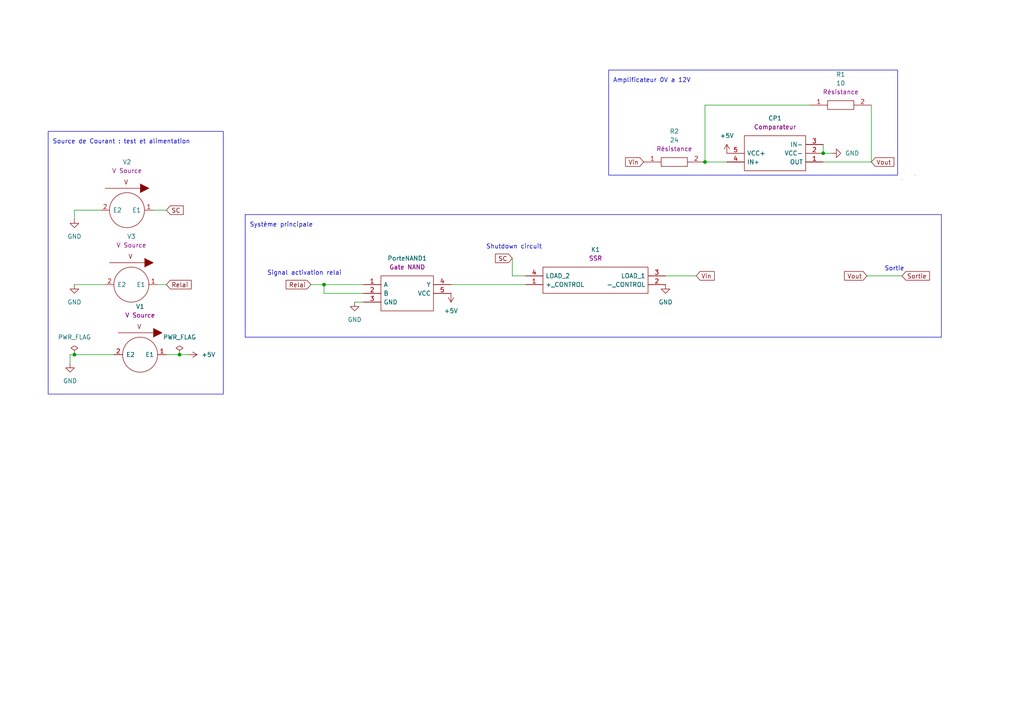
<source format=kicad_sch>
(kicad_sch (version 20230121) (generator eeschema)

  (uuid aef688cc-a50d-4496-8d50-e7a8695060e9)

  (paper "A4")

  (lib_symbols
    (symbol "EPSA_lib:Comparateur TS391ILT" (pin_names (offset 0.762)) (in_bom yes) (on_board yes)
      (property "Reference" "CP" (at 35.56 8.89 0)
        (effects (font (size 1.27 1.27)) (justify left))
      )
      (property "Value" "Comparateur TS391ILT" (at 35.56 6.35 0)
        (effects (font (size 1.27 1.27)) (justify left) hide)
      )
      (property "Footprint" "EPSA_lib:SOT95P280X145-5N" (at 35.56 3.81 0)
        (effects (font (size 1.27 1.27)) (justify left) hide)
      )
      (property "Datasheet" "http://www.st.com/st-web-ui/static/active/en/resource/technical/document/datasheet/CD00001660.pdf" (at 35.56 1.27 0)
        (effects (font (size 1.27 1.27)) (justify left) hide)
      )
      (property "Sim.Pins" "4=1 3=2 5=3 2=4 1=5" (at 53.34 11.43 0)
        (effects (font (size 1.27 1.27)) (justify left) hide)
      )
      (property "Sim.Device" "SPICE" (at 40.64 8.89 0)
        (effects (font (size 1.27 1.27)) (justify left) hide)
      )
      (property "Sim.Params" "type=\"X\" model=\"TS391\" lib=\"${EPSA}\\SpiceModel\\C_ts391.lib\"" (at 0 0 0)
        (effects (font (size 1.27 1.27)) hide)
      )
      (property "Description" "TS391ILT, Comparator Open Collector 0.3us 12 V, 15 V, 18 V, 24 V, 28 V, 3 V, 5 V, 9 V 5-Pin SOT-23" (at 35.56 -1.27 0)
        (effects (font (size 1.27 1.27)) (justify left) hide)
      )
      (property "Height" "1.45" (at 35.56 -3.81 0)
        (effects (font (size 1.27 1.27)) (justify left) hide)
      )
      (property "Manufacturer_Name" "STMicroelectronics" (at 35.56 -6.35 0)
        (effects (font (size 1.27 1.27)) (justify left) hide)
      )
      (property "Manufacturer_Part_Number" "TS391ILT" (at 35.56 -8.89 0)
        (effects (font (size 1.27 1.27)) (justify left) hide)
      )
      (property "Mouser Part Number" "511-TS391IL" (at 35.56 -11.43 0)
        (effects (font (size 1.27 1.27)) (justify left) hide)
      )
      (property "Mouser Price/Stock" "https://www.mouser.co.uk/ProductDetail/STMicroelectronics/TS391ILT?qs=P8h1tZw8GcB9GWR61XM17g%3D%3D" (at 35.56 -13.97 0)
        (effects (font (size 1.27 1.27)) (justify left) hide)
      )
      (property "Arrow Part Number" "TS391ILT" (at 35.56 -16.51 0)
        (effects (font (size 1.27 1.27)) (justify left) hide)
      )
      (property "Arrow Price/Stock" "https://www.arrow.com/en/products/ts391ilt/stmicroelectronics?region=europe" (at 35.56 -19.05 0)
        (effects (font (size 1.27 1.27)) (justify left) hide)
      )
      (property "Mouser Testing Part Number" "" (at 24.13 -22.86 0)
        (effects (font (size 1.27 1.27)) (justify left) hide)
      )
      (property "Mouser Testing Price/Stock" "" (at 24.13 -25.4 0)
        (effects (font (size 1.27 1.27)) (justify left) hide)
      )
      (property "Render Name" "Comparateur" (at 13.97 3.81 0)
        (effects (font (size 1.27 1.27)))
      )
      (property "ki_description" "TS391ILT, Comparator Open Collector 0.3us 12 V, 15 V, 18 V, 24 V, 28 V, 3 V, 5 V, 9 V 5-Pin SOT-23" (at 0 0 0)
        (effects (font (size 1.27 1.27)) hide)
      )
      (symbol "Comparateur TS391ILT_0_0"
        (pin passive line (at 0 0 0) (length 5.08)
          (name "OUT" (effects (font (size 1.27 1.27))))
          (number "1" (effects (font (size 1.27 1.27))))
        )
        (pin passive line (at 0 -2.54 0) (length 5.08)
          (name "VCC-" (effects (font (size 1.27 1.27))))
          (number "2" (effects (font (size 1.27 1.27))))
        )
        (pin passive line (at 0 -5.08 0) (length 5.08)
          (name "IN-" (effects (font (size 1.27 1.27))))
          (number "3" (effects (font (size 1.27 1.27))))
        )
        (pin passive line (at 27.94 0 180) (length 5.08)
          (name "IN+" (effects (font (size 1.27 1.27))))
          (number "4" (effects (font (size 1.27 1.27))))
        )
        (pin passive line (at 27.94 -2.54 180) (length 5.08)
          (name "VCC+" (effects (font (size 1.27 1.27))))
          (number "5" (effects (font (size 1.27 1.27))))
        )
      )
      (symbol "Comparateur TS391ILT_0_1"
        (polyline
          (pts
            (xy 5.08 2.54)
            (xy 22.86 2.54)
            (xy 22.86 -7.62)
            (xy 5.08 -7.62)
            (xy 5.08 2.54)
          )
          (stroke (width 0.1524) (type default))
          (fill (type none))
        )
      )
    )
    (symbol "EPSA_lib:Gate NAND SN74AHCT1G00DBVR" (pin_names (offset 0.762)) (in_bom yes) (on_board yes)
      (property "Reference" "G" (at 35.56 8.89 0)
        (effects (font (size 1.27 1.27)) (justify left))
      )
      (property "Value" "Gate NAND SN74AHCT1G00DBVR" (at 35.56 6.35 0)
        (effects (font (size 1.27 1.27)) (justify left) hide)
      )
      (property "Footprint" "EPSA_lib:SOT95P280X145-5N" (at 35.56 3.81 0)
        (effects (font (size 1.27 1.27)) (justify left) hide)
      )
      (property "Datasheet" "http://www.ti.com/lit/gpn/sn74ahct1g00" (at 35.56 1.27 0)
        (effects (font (size 1.27 1.27)) (justify left) hide)
      )
      (property "Sim.Pins" "4=1 1=2 2=3 5=4 3=5" (at 55.88 11.43 0)
        (effects (font (size 1.27 1.27)) (justify left) hide)
      )
      (property "Sim.Device" "SPICE" (at 39.37 8.89 0)
        (effects (font (size 1.27 1.27)) (justify left) hide)
      )
      (property "Sim.Params" "type=\"X\" model=\"SN74AHCT1G00\" lib=\"${EPSA}\\SpiceModel\\NAND_SN74AHCT1G00.lib\"" (at 0 0 0)
        (effects (font (size 1.27 1.27)) hide)
      )
      (property "Description" "Single 2-Input Positive-NAND Gate" (at 35.56 -1.27 0)
        (effects (font (size 1.27 1.27)) (justify left) hide)
      )
      (property "Height" "1.45" (at 35.56 -3.81 0)
        (effects (font (size 1.27 1.27)) (justify left) hide)
      )
      (property "Manufacturer_Name" "Texas Instruments" (at 35.56 -6.35 0)
        (effects (font (size 1.27 1.27)) (justify left) hide)
      )
      (property "Manufacturer_Part_Number" "SN74AHCT1G00DBVR" (at 35.56 -8.89 0)
        (effects (font (size 1.27 1.27)) (justify left) hide)
      )
      (property "Mouser Part Number" "595-SN74AHCT1G00DBVR" (at 35.56 -11.43 0)
        (effects (font (size 1.27 1.27)) (justify left) hide)
      )
      (property "Mouser Price/Stock" "https://www.mouser.co.uk/ProductDetail/Texas-Instruments/SN74AHCT1G00DBVR?qs=w32V8uFkMxnwwXcMH%2F61Dg%3D%3D" (at 35.56 -13.97 0)
        (effects (font (size 1.27 1.27)) (justify left) hide)
      )
      (property "Arrow Part Number" "SN74AHCT1G00DBVR" (at 35.56 -16.51 0)
        (effects (font (size 1.27 1.27)) (justify left) hide)
      )
      (property "Arrow Price/Stock" "https://www.arrow.com/en/products/sn74ahct1g00dbvr/texas-instruments" (at 35.56 -19.05 0)
        (effects (font (size 1.27 1.27)) (justify left) hide)
      )
      (property "Mouser Testing Part Number" "" (at 21.59 -22.86 0)
        (effects (font (size 1.27 1.27)) (justify left) hide)
      )
      (property "Mouser Testing Price/Stock" "" (at 21.59 -25.4 0)
        (effects (font (size 1.27 1.27)) (justify left) hide)
      )
      (property "Render Name" "Gate NAND" (at 12.7 3.81 0)
        (effects (font (size 1.27 1.27)))
      )
      (property "ki_description" "Single 2-Input Positive-NAND Gate" (at 0 0 0)
        (effects (font (size 1.27 1.27)) hide)
      )
      (symbol "Gate NAND SN74AHCT1G00DBVR_0_0"
        (pin passive line (at 0 0 0) (length 5.08)
          (name "A" (effects (font (size 1.27 1.27))))
          (number "1" (effects (font (size 1.27 1.27))))
        )
        (pin passive line (at 0 -2.54 0) (length 5.08)
          (name "B" (effects (font (size 1.27 1.27))))
          (number "2" (effects (font (size 1.27 1.27))))
        )
        (pin passive line (at 0 -5.08 0) (length 5.08)
          (name "GND" (effects (font (size 1.27 1.27))))
          (number "3" (effects (font (size 1.27 1.27))))
        )
        (pin passive line (at 25.4 0 180) (length 5.08)
          (name "Y" (effects (font (size 1.27 1.27))))
          (number "4" (effects (font (size 1.27 1.27))))
        )
        (pin passive line (at 25.4 -2.54 180) (length 5.08)
          (name "VCC" (effects (font (size 1.27 1.27))))
          (number "5" (effects (font (size 1.27 1.27))))
        )
      )
      (symbol "Gate NAND SN74AHCT1G00DBVR_0_1"
        (polyline
          (pts
            (xy 5.08 2.54)
            (xy 20.32 2.54)
            (xy 20.32 -7.62)
            (xy 5.08 -7.62)
            (xy 5.08 2.54)
          )
          (stroke (width 0.1524) (type default))
          (fill (type none))
        )
      )
    )
    (symbol "EPSA_lib:Résistance RK73H2BLTDD2152F" (pin_names (offset 0.762)) (in_bom yes) (on_board yes)
      (property "Reference" "R" (at 25.4 5.08 0)
        (effects (font (size 1.27 1.27)) (justify left))
      )
      (property "Value" "10" (at 7.62 0 0)
        (effects (font (size 1.27 1.27)) (justify left))
      )
      (property "Footprint" "EPSA_lib:RESC3216X70N" (at 25.4 0 0)
        (effects (font (size 1.27 1.27)) (justify left) hide)
      )
      (property "Datasheet" "http://www.koaspeer.com/catimages/Products/RK73H/RK73H.pdf" (at 25.4 -2.54 0)
        (effects (font (size 1.27 1.27)) (justify left) hide)
      )
      (property "Sim.Pins" "1=+ 2=-" (at 30.226 2.54 0)
        (effects (font (size 1.27 1.27)) hide)
      )
      (property "Sim.Device" "R" (at 25.4 5.08 0)
        (effects (font (size 1.27 1.27)) (justify left) hide)
      )
      (property "Description" "Thick Film Resistors - SMD" (at 25.4 -5.08 0)
        (effects (font (size 1.27 1.27)) (justify left) hide)
      )
      (property "Height" "0.7" (at 25.4 -7.62 0)
        (effects (font (size 1.27 1.27)) (justify left) hide)
      )
      (property "Manufacturer_Name" "KOA Speer" (at 25.4 -10.16 0)
        (effects (font (size 1.27 1.27)) (justify left) hide)
      )
      (property "Manufacturer_Part_Number" "RK73H2BLTDD2152F" (at 25.4 -12.7 0)
        (effects (font (size 1.27 1.27)) (justify left) hide)
      )
      (property "Mouser Part Number" "N/A" (at 25.4 -15.24 0)
        (effects (font (size 1.27 1.27)) (justify left) hide)
      )
      (property "Mouser Price/Stock" "https://www.mouser.co.uk/ProductDetail/KOA-Speer/RK73H2BLTDD2152F?qs=WeIALVmW3zmyxMFsjVzMRw%3D%3D" (at 25.4 -17.78 0)
        (effects (font (size 1.27 1.27)) (justify left) hide)
      )
      (property "Arrow Part Number" "" (at 13.97 -19.05 0)
        (effects (font (size 1.27 1.27)) (justify left) hide)
      )
      (property "Arrow Price/Stock" "" (at 13.97 -21.59 0)
        (effects (font (size 1.27 1.27)) (justify left) hide)
      )
      (property "Mouser Testing Part Number" "" (at 13.97 -24.13 0)
        (effects (font (size 1.27 1.27)) (justify left) hide)
      )
      (property "Mouser Testing Price/Stock" "" (at 13.97 -26.67 0)
        (effects (font (size 1.27 1.27)) (justify left) hide)
      )
      (property "Render Name" "Résistance" (at 8.89 2.54 0)
        (effects (font (size 1.27 1.27)))
      )
      (property "ki_description" "Thick Film Resistors - SMD" (at 0 0 0)
        (effects (font (size 1.27 1.27)) hide)
      )
      (symbol "Résistance RK73H2BLTDD2152F_0_0"
        (pin passive line (at 0 0 0) (length 5.08)
          (name "~" (effects (font (size 1.27 1.27))))
          (number "1" (effects (font (size 1.27 1.27))))
        )
        (pin passive line (at 17.78 0 180) (length 5.08)
          (name "~" (effects (font (size 1.27 1.27))))
          (number "2" (effects (font (size 1.27 1.27))))
        )
      )
      (symbol "Résistance RK73H2BLTDD2152F_0_1"
        (polyline
          (pts
            (xy 5.08 1.27)
            (xy 12.7 1.27)
            (xy 12.7 -1.27)
            (xy 5.08 -1.27)
            (xy 5.08 1.27)
          )
          (stroke (width 0.1524) (type default))
          (fill (type none))
        )
      )
    )
    (symbol "EPSA_lib:SSR CPC1394GR" (pin_names (offset 0.762)) (in_bom yes) (on_board yes)
      (property "Reference" "K" (at 48.26 7.62 0)
        (effects (font (size 1.27 1.27)) (justify left))
      )
      (property "Value" "SSR CPC1394GR" (at 48.26 5.08 0)
        (effects (font (size 1.27 1.27)) (justify left) hide)
      )
      (property "Footprint" "EPSA_lib:CPC1394GR" (at 48.26 2.54 0)
        (effects (font (size 1.27 1.27)) (justify left) hide)
      )
      (property "Datasheet" "https://componentsearchengine.com/Datasheets/1/CPC1394GR.pdf" (at 48.26 0 0)
        (effects (font (size 1.27 1.27)) (justify left) hide)
      )
      (property "Sim.Pins" "1=1 2=2 3=3 4=4" (at 0 0 0)
        (effects (font (size 1.27 1.27)) hide)
      )
      (property "Sim.Device" "SPICE" (at 59.69 10.16 0)
        (effects (font (size 1.27 1.27)) (justify left) hide)
      )
      (property "Sim.Params" "type=\"X\" model=\"SWITCH\" lib=\"${EPSA}\\SpiceModel\\SSR.lib\"" (at 46.99 -19.05 0)
        (effects (font (size 1.27 1.27)) hide)
      )
      (property "Description" "SPST-NO Solid State Relay Solder 120 mA rms/mA dc Surface Mount, DC MOSFET" (at 48.26 -2.54 0)
        (effects (font (size 1.27 1.27)) (justify left) hide)
      )
      (property "Height" "3.556" (at 48.26 -5.08 0)
        (effects (font (size 1.27 1.27)) (justify left) hide)
      )
      (property "Manufacturer_Name" "LITTELFUSE" (at 48.26 -7.62 0)
        (effects (font (size 1.27 1.27)) (justify left) hide)
      )
      (property "Manufacturer_Part_Number" "CPC1394GR" (at 48.26 -10.16 0)
        (effects (font (size 1.27 1.27)) (justify left) hide)
      )
      (property "Mouser Part Number" "849-CPC1394GR" (at 48.26 -12.7 0)
        (effects (font (size 1.27 1.27)) (justify left) hide)
      )
      (property "Mouser Price/Stock" "https://www.mouser.co.uk/ProductDetail/IXYS-Integrated-Circuits/CPC1394GR?qs=8uBHJDVwVqyTG8bzDwZMmA%3D%3D" (at 48.26 -15.24 0)
        (effects (font (size 1.27 1.27)) (justify left) hide)
      )
      (property "Render Name" "SSR" (at 19.05 3.81 0)
        (effects (font (size 1.27 1.27)))
      )
      (property "ki_description" "SPST-NO Solid State Relay Solder 120 mA rms/mA dc Surface Mount, DC MOSFET" (at 0 0 0)
        (effects (font (size 1.27 1.27)) hide)
      )
      (symbol "SSR CPC1394GR_0_0"
        (pin passive line (at 0 -2.54 0) (length 5.08)
          (name "+_CONTROL" (effects (font (size 1.27 1.27))))
          (number "1" (effects (font (size 1.27 1.27))))
        )
        (pin passive line (at 40.64 -2.54 180) (length 5.08)
          (name "-_CONTROL" (effects (font (size 1.27 1.27))))
          (number "2" (effects (font (size 1.27 1.27))))
        )
        (pin passive line (at 40.64 0 180) (length 5.08)
          (name "LOAD_1" (effects (font (size 1.27 1.27))))
          (number "3" (effects (font (size 1.27 1.27))))
        )
        (pin passive line (at 0 0 0) (length 5.08)
          (name "LOAD_2" (effects (font (size 1.27 1.27))))
          (number "4" (effects (font (size 1.27 1.27))))
        )
      )
      (symbol "SSR CPC1394GR_0_1"
        (polyline
          (pts
            (xy 5.08 2.54)
            (xy 35.56 2.54)
            (xy 35.56 -5.08)
            (xy 5.08 -5.08)
            (xy 5.08 2.54)
          )
          (stroke (width 0.1524) (type default))
          (fill (type none))
        )
      )
    )
    (symbol "EPSA_lib:VSOURCE" (pin_names (offset 1.016)) (in_bom no) (on_board no)
      (property "Reference" "V" (at 8.89 12.7 0)
        (effects (font (size 1.27 1.27)))
      )
      (property "Value" "5" (at 11.43 7.62 0)
        (effects (font (size 1.27 1.27)) hide)
      )
      (property "Footprint" "" (at -1.27 0 90)
        (effects (font (size 1.27 1.27)) hide)
      )
      (property "Datasheet" "~" (at -1.27 0 90)
        (effects (font (size 1.27 1.27)) hide)
      )
      (property "Sim.Pins" "1=+ 2=-" (at 0 0 0)
        (effects (font (size 1.27 1.27)) hide)
      )
      (property "Sim.Type" "DC" (at 0 0 0)
        (effects (font (size 1.27 1.27)) hide)
      )
      (property "Sim.Device" "V" (at 8.89 12.7 0)
        (effects (font (size 1.27 1.27)) hide)
      )
      (property "Render Name" "V Source" (at -1.27 10.16 0)
        (effects (font (size 1.27 1.27)))
      )
      (property "ki_keywords" "simulation" (at 0 0 0)
        (effects (font (size 1.27 1.27)) hide)
      )
      (property "ki_description" "Voltage source symbol for simulation only" (at 0 0 0)
        (effects (font (size 1.27 1.27)) hide)
      )
      (symbol "VSOURCE_0_1"
        (circle (center -1.27 0) (radius 5.08)
          (stroke (width 0) (type default))
          (fill (type none))
        )
        (polyline
          (pts
            (xy -7.62 6.35)
            (xy 2.54 6.35)
          )
          (stroke (width 0) (type default))
          (fill (type outline))
        )
        (polyline
          (pts
            (xy 2.54 7.62)
            (xy 5.08 6.35)
            (xy 2.54 5.08)
          )
          (stroke (width 0) (type default))
          (fill (type outline))
        )
        (text "V" (at -1.524 8.128 0)
          (effects (font (size 1.27 1.27)))
        )
      )
      (symbol "VSOURCE_1_1"
        (pin input line (at 6.35 0 180) (length 2.54)
          (name "E1" (effects (font (size 1.27 1.27))))
          (number "1" (effects (font (size 1.27 1.27))))
        )
        (pin input line (at -8.89 0 0) (length 2.54)
          (name "E2" (effects (font (size 1.27 1.27))))
          (number "2" (effects (font (size 1.27 1.27))))
        )
      )
    )
    (symbol "power:+5V" (power) (pin_names (offset 0)) (in_bom yes) (on_board yes)
      (property "Reference" "#PWR" (at 0 -3.81 0)
        (effects (font (size 1.27 1.27)) hide)
      )
      (property "Value" "+5V" (at 0 3.556 0)
        (effects (font (size 1.27 1.27)))
      )
      (property "Footprint" "" (at 0 0 0)
        (effects (font (size 1.27 1.27)) hide)
      )
      (property "Datasheet" "" (at 0 0 0)
        (effects (font (size 1.27 1.27)) hide)
      )
      (property "ki_keywords" "global power" (at 0 0 0)
        (effects (font (size 1.27 1.27)) hide)
      )
      (property "ki_description" "Power symbol creates a global label with name \"+5V\"" (at 0 0 0)
        (effects (font (size 1.27 1.27)) hide)
      )
      (symbol "+5V_0_1"
        (polyline
          (pts
            (xy -0.762 1.27)
            (xy 0 2.54)
          )
          (stroke (width 0) (type default))
          (fill (type none))
        )
        (polyline
          (pts
            (xy 0 0)
            (xy 0 2.54)
          )
          (stroke (width 0) (type default))
          (fill (type none))
        )
        (polyline
          (pts
            (xy 0 2.54)
            (xy 0.762 1.27)
          )
          (stroke (width 0) (type default))
          (fill (type none))
        )
      )
      (symbol "+5V_1_1"
        (pin power_in line (at 0 0 90) (length 0) hide
          (name "+5V" (effects (font (size 1.27 1.27))))
          (number "1" (effects (font (size 1.27 1.27))))
        )
      )
    )
    (symbol "power:GND" (power) (pin_names (offset 0)) (in_bom yes) (on_board yes)
      (property "Reference" "#PWR" (at 0 -6.35 0)
        (effects (font (size 1.27 1.27)) hide)
      )
      (property "Value" "GND" (at 0 -3.81 0)
        (effects (font (size 1.27 1.27)))
      )
      (property "Footprint" "" (at 0 0 0)
        (effects (font (size 1.27 1.27)) hide)
      )
      (property "Datasheet" "" (at 0 0 0)
        (effects (font (size 1.27 1.27)) hide)
      )
      (property "ki_keywords" "global power" (at 0 0 0)
        (effects (font (size 1.27 1.27)) hide)
      )
      (property "ki_description" "Power symbol creates a global label with name \"GND\" , ground" (at 0 0 0)
        (effects (font (size 1.27 1.27)) hide)
      )
      (symbol "GND_0_1"
        (polyline
          (pts
            (xy 0 0)
            (xy 0 -1.27)
            (xy 1.27 -1.27)
            (xy 0 -2.54)
            (xy -1.27 -1.27)
            (xy 0 -1.27)
          )
          (stroke (width 0) (type default))
          (fill (type none))
        )
      )
      (symbol "GND_1_1"
        (pin power_in line (at 0 0 270) (length 0) hide
          (name "GND" (effects (font (size 1.27 1.27))))
          (number "1" (effects (font (size 1.27 1.27))))
        )
      )
    )
    (symbol "power:PWR_FLAG" (power) (pin_numbers hide) (pin_names (offset 0) hide) (in_bom yes) (on_board yes)
      (property "Reference" "#FLG" (at 0 1.905 0)
        (effects (font (size 1.27 1.27)) hide)
      )
      (property "Value" "PWR_FLAG" (at 0 3.81 0)
        (effects (font (size 1.27 1.27)))
      )
      (property "Footprint" "" (at 0 0 0)
        (effects (font (size 1.27 1.27)) hide)
      )
      (property "Datasheet" "~" (at 0 0 0)
        (effects (font (size 1.27 1.27)) hide)
      )
      (property "ki_keywords" "flag power" (at 0 0 0)
        (effects (font (size 1.27 1.27)) hide)
      )
      (property "ki_description" "Special symbol for telling ERC where power comes from" (at 0 0 0)
        (effects (font (size 1.27 1.27)) hide)
      )
      (symbol "PWR_FLAG_0_0"
        (pin power_out line (at 0 0 90) (length 0)
          (name "pwr" (effects (font (size 1.27 1.27))))
          (number "1" (effects (font (size 1.27 1.27))))
        )
      )
      (symbol "PWR_FLAG_0_1"
        (polyline
          (pts
            (xy 0 0)
            (xy 0 1.27)
            (xy -1.016 1.905)
            (xy 0 2.54)
            (xy 1.016 1.905)
            (xy 0 1.27)
          )
          (stroke (width 0) (type default))
          (fill (type none))
        )
      )
    )
  )

  (junction (at 238.76 44.45) (diameter 0) (color 0 0 0 0)
    (uuid 4b9ccebc-6b76-4f04-91e5-542918c4b67e)
  )
  (junction (at 52.07 102.87) (diameter 0) (color 0 0 0 0)
    (uuid 80ccd338-0969-4db2-b171-ffd01822d0ad)
  )
  (junction (at 21.59 102.87) (diameter 0) (color 0 0 0 0)
    (uuid abf9982f-3bda-42e7-b9ee-310b2fa78763)
  )
  (junction (at 204.47 46.99) (diameter 0) (color 0 0 0 0)
    (uuid b7e1fdd3-57d7-47b7-ac7f-31672e2f0727)
  )
  (junction (at 93.98 82.55) (diameter 0) (color 0 0 0 0)
    (uuid e5e98097-eec6-4576-8ef2-01ff20b105b8)
  )

  (wire (pts (xy 204.47 30.48) (xy 234.95 30.48))
    (stroke (width 0) (type default))
    (uuid 02fc22fa-2516-4d97-94e9-c80343e93688)
  )
  (wire (pts (xy 130.81 82.55) (xy 152.4 82.55))
    (stroke (width 0) (type default))
    (uuid 10274aa7-229d-4ab0-a153-84e387be1d2d)
  )
  (wire (pts (xy 204.47 46.99) (xy 204.47 30.48))
    (stroke (width 0) (type default))
    (uuid 1c3f98a5-e2c3-4186-b4b6-d6469cb789f7)
  )
  (wire (pts (xy 148.59 80.01) (xy 148.59 74.93))
    (stroke (width 0) (type default))
    (uuid 2d02ebce-7ce7-4403-911b-6aefd3ac39ac)
  )
  (wire (pts (xy 45.72 82.55) (xy 48.26 82.55))
    (stroke (width 0) (type default))
    (uuid 2eaf05b4-7288-4d08-8840-bccff7193649)
  )
  (wire (pts (xy 238.76 46.99) (xy 252.73 46.99))
    (stroke (width 0) (type default))
    (uuid 445620ee-f17e-4e04-8e78-81eb84ae0232)
  )
  (wire (pts (xy 44.45 60.96) (xy 48.26 60.96))
    (stroke (width 0) (type default))
    (uuid 4c4d6453-5233-40e3-931f-8df8a2f8205e)
  )
  (wire (pts (xy 193.04 80.01) (xy 201.93 80.01))
    (stroke (width 0) (type default))
    (uuid 4c84e65d-4c6c-4861-b079-5a2227ef4a8b)
  )
  (wire (pts (xy 54.61 102.87) (xy 52.07 102.87))
    (stroke (width 0) (type default))
    (uuid 4f84ee7d-2018-4b22-94b8-9b23657d3781)
  )
  (wire (pts (xy 21.59 102.87) (xy 33.02 102.87))
    (stroke (width 0) (type default))
    (uuid 50f84f3a-af72-41f0-8af1-3ce0c2f583bc)
  )
  (wire (pts (xy 148.59 80.01) (xy 152.4 80.01))
    (stroke (width 0) (type default))
    (uuid 749e911a-68c5-43f5-8dc4-dc8dc0d90f03)
  )
  (wire (pts (xy 93.98 82.55) (xy 93.98 85.09))
    (stroke (width 0) (type default))
    (uuid 7905a349-02bc-478c-9cbe-8f630587608d)
  )
  (wire (pts (xy 238.76 44.45) (xy 241.3 44.45))
    (stroke (width 0) (type default))
    (uuid 87dbd981-9e4b-4e38-95f4-5995019314f6)
  )
  (wire (pts (xy 48.26 102.87) (xy 52.07 102.87))
    (stroke (width 0) (type default))
    (uuid 87f6a73c-f9c9-4b42-87cb-bd08c40469d1)
  )
  (wire (pts (xy 93.98 85.09) (xy 105.41 85.09))
    (stroke (width 0) (type default))
    (uuid 884c8873-56fb-43a9-9305-3cbf452df645)
  )
  (wire (pts (xy 21.59 82.55) (xy 30.48 82.55))
    (stroke (width 0) (type default))
    (uuid 925c44b4-0e0e-4f5c-a81b-bdb4fe826809)
  )
  (wire (pts (xy 21.59 60.96) (xy 21.59 63.5))
    (stroke (width 0) (type default))
    (uuid 98d54422-b468-4910-9a23-a92ea202041b)
  )
  (wire (pts (xy 251.46 80.01) (xy 261.62 80.01))
    (stroke (width 0) (type default))
    (uuid a0e445ae-ee22-4f06-8fe5-014137c81b87)
  )
  (wire (pts (xy 204.47 46.99) (xy 210.82 46.99))
    (stroke (width 0) (type default))
    (uuid a891c71f-ed26-45ad-8ab8-48dda5f80a86)
  )
  (wire (pts (xy 29.21 60.96) (xy 21.59 60.96))
    (stroke (width 0) (type default))
    (uuid c8a4a511-6039-4747-b805-fd680e07956d)
  )
  (wire (pts (xy 90.17 82.55) (xy 93.98 82.55))
    (stroke (width 0) (type default))
    (uuid ca6f75f7-735f-4f24-bbdc-1dfc24778bce)
  )
  (wire (pts (xy 93.98 82.55) (xy 105.41 82.55))
    (stroke (width 0) (type default))
    (uuid d0a8e280-edea-4090-a4cb-9c88cf9b38a2)
  )
  (wire (pts (xy 20.32 102.87) (xy 21.59 102.87))
    (stroke (width 0) (type default))
    (uuid e8c70ab3-7b5b-4543-b0fa-502fc606dff2)
  )
  (wire (pts (xy 252.73 30.48) (xy 252.73 46.99))
    (stroke (width 0) (type default))
    (uuid ea7aa81d-af65-416d-ace4-26ec6e0e6b9e)
  )
  (wire (pts (xy 238.76 41.91) (xy 238.76 44.45))
    (stroke (width 0) (type default))
    (uuid ed4638d9-9cf3-44a7-b73e-d904d2458e38)
  )
  (wire (pts (xy 102.87 87.63) (xy 105.41 87.63))
    (stroke (width 0) (type default))
    (uuid f27702d3-3b31-4c03-8ca2-e2ef8fe8aead)
  )
  (wire (pts (xy 20.32 102.87) (xy 20.32 105.41))
    (stroke (width 0) (type default))
    (uuid f633e93b-da5a-4f0f-8530-7aa672d3a740)
  )

  (rectangle (start 176.53 20.32) (end 260.35 50.8)
    (stroke (width 0) (type default))
    (fill (type none))
    (uuid 20b99161-d292-419a-8542-9e6207230a35)
  )
  (rectangle (start 13.97 38.1) (end 64.77 114.3)
    (stroke (width 0) (type default))
    (fill (type none))
    (uuid 354ab908-9803-4b9c-8be0-e2ccf36df90f)
  )
  (rectangle (start 261.62 52.07) (end 261.62 52.07)
    (stroke (width 0) (type default))
    (fill (type none))
    (uuid 90a3d7cc-060c-4d2d-bb0a-d2fbfa0c9fac)
  )
  (rectangle (start 71.12 62.23) (end 273.05 97.79)
    (stroke (width 0) (type default))
    (fill (type none))
    (uuid d3990186-362c-4454-9e15-1bf23669c821)
  )
  (rectangle (start 265.43 50.8) (end 265.43 50.8)
    (stroke (width 0) (type default))
    (fill (type none))
    (uuid e121f062-d544-4297-aa18-c1684a9630d3)
  )

  (text "Source de Courant : test et alimentation" (at 15.24 41.91 0)
    (effects (font (size 1.27 1.27)) (justify left bottom))
    (uuid 31045a0a-4373-483f-86c4-bd4a5877677d)
  )
  (text "Signal activation relai\n" (at 77.47 80.01 0)
    (effects (font (size 1.27 1.27)) (justify left bottom))
    (uuid 53cb3a97-2df8-42e6-9fbd-4d3bcf1166b2)
  )
  (text "Amplificateur 0V a 12V" (at 177.8 24.13 0)
    (effects (font (size 1.27 1.27)) (justify left bottom))
    (uuid 7ceeb389-a5b2-4c24-be58-fa21e1329797)
  )
  (text "Shutdown circuit\n" (at 140.97 72.39 0)
    (effects (font (size 1.27 1.27)) (justify left bottom))
    (uuid 7e198733-ade1-42e1-8ac7-6d796a97dacc)
  )
  (text "Système principale\n" (at 72.39 66.04 0)
    (effects (font (size 1.27 1.27)) (justify left bottom))
    (uuid 91d6a2a4-3ca3-433f-9498-9c87514e247b)
  )
  (text "Sortie\n" (at 256.54 78.74 0)
    (effects (font (size 1.27 1.27)) (justify left bottom))
    (uuid f5489579-e6de-48c9-9091-659bc60fa23a)
  )

  (global_label "Sortie" (shape input) (at 261.62 80.01 0) (fields_autoplaced)
    (effects (font (size 1.27 1.27)) (justify left))
    (uuid 0e73f4bc-e465-4160-b706-f82ce95e5fb9)
    (property "Intersheetrefs" "${INTERSHEET_REFS}" (at 270.169 80.01 0)
      (effects (font (size 1.27 1.27)) (justify left) hide)
    )
  )
  (global_label "Vin" (shape input) (at 201.93 80.01 0) (fields_autoplaced)
    (effects (font (size 1.27 1.27)) (justify left))
    (uuid 29105e66-e15f-4c64-80f7-59c5f7a5cc66)
    (property "Intersheetrefs" "${INTERSHEET_REFS}" (at 207.7576 80.01 0)
      (effects (font (size 1.27 1.27)) (justify left) hide)
    )
  )
  (global_label "Vin" (shape input) (at 186.69 46.99 180) (fields_autoplaced)
    (effects (font (size 1.27 1.27)) (justify right))
    (uuid 3e0e5e0a-916f-406d-8446-38776c8ce134)
    (property "Intersheetrefs" "${INTERSHEET_REFS}" (at 180.8624 46.99 0)
      (effects (font (size 1.27 1.27)) (justify right) hide)
    )
  )
  (global_label "SC" (shape input) (at 148.59 74.93 180) (fields_autoplaced)
    (effects (font (size 1.27 1.27)) (justify right))
    (uuid 4a12c36b-7ed6-48a8-90d0-c2a62d2f75e6)
    (property "Intersheetrefs" "${INTERSHEET_REFS}" (at 143.1253 74.93 0)
      (effects (font (size 1.27 1.27)) (justify right) hide)
    )
  )
  (global_label "Relai" (shape input) (at 90.17 82.55 180) (fields_autoplaced)
    (effects (font (size 1.27 1.27)) (justify right))
    (uuid a87db132-99f4-42b0-90bc-134038d1065a)
    (property "Intersheetrefs" "${INTERSHEET_REFS}" (at 82.4072 82.55 0)
      (effects (font (size 1.27 1.27)) (justify right) hide)
    )
  )
  (global_label "Vout" (shape input) (at 252.73 46.99 0) (fields_autoplaced)
    (effects (font (size 1.27 1.27)) (justify left))
    (uuid acf8e4ec-0adf-43c9-93d3-3f0fc24c414e)
    (property "Intersheetrefs" "${INTERSHEET_REFS}" (at 259.8275 46.99 0)
      (effects (font (size 1.27 1.27)) (justify left) hide)
    )
  )
  (global_label "Vout" (shape input) (at 251.46 80.01 180) (fields_autoplaced)
    (effects (font (size 1.27 1.27)) (justify right))
    (uuid b8280500-1b6a-4785-aa04-58c89f42d98d)
    (property "Intersheetrefs" "${INTERSHEET_REFS}" (at 244.3625 80.01 0)
      (effects (font (size 1.27 1.27)) (justify right) hide)
    )
  )
  (global_label "Relai" (shape input) (at 48.26 82.55 0) (fields_autoplaced)
    (effects (font (size 1.27 1.27)) (justify left))
    (uuid c9f09371-5d36-4482-b81f-d82a0901322e)
    (property "Intersheetrefs" "${INTERSHEET_REFS}" (at 56.0228 82.55 0)
      (effects (font (size 1.27 1.27)) (justify left) hide)
    )
  )
  (global_label "SC" (shape input) (at 48.26 60.96 0) (fields_autoplaced)
    (effects (font (size 1.27 1.27)) (justify left))
    (uuid cfdd0768-8a30-4fad-a776-43b27f69adef)
    (property "Intersheetrefs" "${INTERSHEET_REFS}" (at 53.7247 60.96 0)
      (effects (font (size 1.27 1.27)) (justify left) hide)
    )
  )

  (symbol (lib_id "power:+5V") (at 210.82 44.45 0) (unit 1)
    (in_bom yes) (on_board yes) (dnp no) (fields_autoplaced)
    (uuid 08de5b11-b134-4e15-9577-3cb92bc53bf2)
    (property "Reference" "#PWR06" (at 210.82 48.26 0)
      (effects (font (size 1.27 1.27)) hide)
    )
    (property "Value" "+5V" (at 210.82 39.37 0)
      (effects (font (size 1.27 1.27)))
    )
    (property "Footprint" "" (at 210.82 44.45 0)
      (effects (font (size 1.27 1.27)) hide)
    )
    (property "Datasheet" "" (at 210.82 44.45 0)
      (effects (font (size 1.27 1.27)) hide)
    )
    (pin "1" (uuid 8f80ae0b-3ad4-408b-993a-c35664314798))
    (instances
      (project "Carte controle du relai de décharge"
        (path "/aef688cc-a50d-4496-8d50-e7a8695060e9"
          (reference "#PWR06") (unit 1)
        )
      )
    )
  )

  (symbol (lib_id "power:GND") (at 21.59 82.55 0) (unit 1)
    (in_bom yes) (on_board yes) (dnp no) (fields_autoplaced)
    (uuid 115aa2e5-ef1b-44fe-af09-83fd11f161ed)
    (property "Reference" "#PWR04" (at 21.59 88.9 0)
      (effects (font (size 1.27 1.27)) hide)
    )
    (property "Value" "GND" (at 21.59 87.63 0)
      (effects (font (size 1.27 1.27)))
    )
    (property "Footprint" "" (at 21.59 82.55 0)
      (effects (font (size 1.27 1.27)) hide)
    )
    (property "Datasheet" "" (at 21.59 82.55 0)
      (effects (font (size 1.27 1.27)) hide)
    )
    (pin "1" (uuid 9e8540c7-6a74-459c-832b-2aed0f3d8d7a))
    (instances
      (project "Carte controle du relai de décharge"
        (path "/aef688cc-a50d-4496-8d50-e7a8695060e9"
          (reference "#PWR04") (unit 1)
        )
      )
    )
  )

  (symbol (lib_id "power:+5V") (at 54.61 102.87 270) (unit 1)
    (in_bom yes) (on_board yes) (dnp no) (fields_autoplaced)
    (uuid 132feb36-fce2-46d4-bedd-5a5af10c139d)
    (property "Reference" "#PWR05" (at 50.8 102.87 0)
      (effects (font (size 1.27 1.27)) hide)
    )
    (property "Value" "+5V" (at 58.42 102.87 90)
      (effects (font (size 1.27 1.27)) (justify left))
    )
    (property "Footprint" "" (at 54.61 102.87 0)
      (effects (font (size 1.27 1.27)) hide)
    )
    (property "Datasheet" "" (at 54.61 102.87 0)
      (effects (font (size 1.27 1.27)) hide)
    )
    (pin "1" (uuid b4dd3754-6c4e-4e36-9d1a-454abf069efc))
    (instances
      (project "Carte controle du relai de décharge"
        (path "/aef688cc-a50d-4496-8d50-e7a8695060e9"
          (reference "#PWR05") (unit 1)
        )
      )
    )
  )

  (symbol (lib_id "EPSA_lib:Comparateur TS391ILT") (at 238.76 46.99 180) (unit 1)
    (in_bom yes) (on_board yes) (dnp no) (fields_autoplaced)
    (uuid 1c5a7bc0-00a4-49e9-9c68-3c2874b52d54)
    (property "Reference" "CP1" (at 224.79 34.29 0)
      (effects (font (size 1.27 1.27)))
    )
    (property "Value" "Comparateur TS391ILT" (at 203.2 53.34 0)
      (effects (font (size 1.27 1.27)) (justify left) hide)
    )
    (property "Footprint" "EPSA_lib:SOT95P280X145-5N" (at 203.2 50.8 0)
      (effects (font (size 1.27 1.27)) (justify left) hide)
    )
    (property "Datasheet" "http://www.st.com/st-web-ui/static/active/en/resource/technical/document/datasheet/CD00001660.pdf" (at 203.2 48.26 0)
      (effects (font (size 1.27 1.27)) (justify left) hide)
    )
    (property "Sim.Pins" "4=1 3=2 5=3 2=4 1=5" (at 185.42 58.42 0)
      (effects (font (size 1.27 1.27)) (justify left) hide)
    )
    (property "Sim.Device" "SPICE" (at 198.12 55.88 0)
      (effects (font (size 1.27 1.27)) (justify left) hide)
    )
    (property "Sim.Params" "type=\"X\" model=\"TS391\" lib=\"${EPSA_lib}\\SpiceModel\\C_ts391.lib\"" (at 238.76 46.99 0)
      (effects (font (size 1.27 1.27)) hide)
    )
    (property "Description" "TS391ILT, Comparator Open Collector 0.3us 12 V, 15 V, 18 V, 24 V, 28 V, 3 V, 5 V, 9 V 5-Pin SOT-23" (at 203.2 45.72 0)
      (effects (font (size 1.27 1.27)) (justify left) hide)
    )
    (property "Height" "1.45" (at 203.2 43.18 0)
      (effects (font (size 1.27 1.27)) (justify left) hide)
    )
    (property "Manufacturer_Name" "STMicroelectronics" (at 203.2 40.64 0)
      (effects (font (size 1.27 1.27)) (justify left) hide)
    )
    (property "Manufacturer_Part_Number" "TS391ILT" (at 203.2 38.1 0)
      (effects (font (size 1.27 1.27)) (justify left) hide)
    )
    (property "Mouser Part Number" "511-TS391IL" (at 203.2 35.56 0)
      (effects (font (size 1.27 1.27)) (justify left) hide)
    )
    (property "Mouser Price/Stock" "https://www.mouser.co.uk/ProductDetail/STMicroelectronics/TS391ILT?qs=P8h1tZw8GcB9GWR61XM17g%3D%3D" (at 203.2 33.02 0)
      (effects (font (size 1.27 1.27)) (justify left) hide)
    )
    (property "Arrow Part Number" "TS391ILT" (at 203.2 30.48 0)
      (effects (font (size 1.27 1.27)) (justify left) hide)
    )
    (property "Arrow Price/Stock" "https://www.arrow.com/en/products/ts391ilt/stmicroelectronics?region=europe" (at 203.2 27.94 0)
      (effects (font (size 1.27 1.27)) (justify left) hide)
    )
    (property "Mouser Testing Part Number" "" (at 214.63 24.13 0)
      (effects (font (size 1.27 1.27)) (justify left) hide)
    )
    (property "Mouser Testing Price/Stock" "" (at 214.63 21.59 0)
      (effects (font (size 1.27 1.27)) (justify left) hide)
    )
    (property "Render Name" "Comparateur" (at 224.79 36.83 0)
      (effects (font (size 1.27 1.27)))
    )
    (pin "1" (uuid 16c61f5d-e93b-43e1-a29b-6705bd336fb4))
    (pin "2" (uuid a4aea98e-1b0b-4b68-8a88-47ad7b9b72d2))
    (pin "3" (uuid cecd015f-8c61-441e-927a-9d8af95affba))
    (pin "4" (uuid ef5d7bd5-e384-4ac6-b808-09e465fd0ff9))
    (pin "5" (uuid ef2d5490-297b-4695-b982-5529f155a4e1))
    (instances
      (project "Carte controle du relai de décharge"
        (path "/aef688cc-a50d-4496-8d50-e7a8695060e9"
          (reference "CP1") (unit 1)
        )
      )
    )
  )

  (symbol (lib_id "EPSA_lib:Résistance RK73H2BLTDD2152F") (at 234.95 30.48 0) (unit 1)
    (in_bom yes) (on_board yes) (dnp no) (fields_autoplaced)
    (uuid 2b61a6c8-7bb3-41ca-bb01-f7c002612c28)
    (property "Reference" "R1" (at 243.84 21.59 0)
      (effects (font (size 1.27 1.27)))
    )
    (property "Value" "10" (at 243.84 24.13 0)
      (effects (font (size 1.27 1.27)))
    )
    (property "Footprint" "EPSA_lib:RESC3216X70N" (at 260.35 30.48 0)
      (effects (font (size 1.27 1.27)) (justify left) hide)
    )
    (property "Datasheet" "http://www.koaspeer.com/catimages/Products/RK73H/RK73H.pdf" (at 260.35 33.02 0)
      (effects (font (size 1.27 1.27)) (justify left) hide)
    )
    (property "Sim.Pins" "1=+ 2=-" (at 265.176 27.94 0)
      (effects (font (size 1.27 1.27)) hide)
    )
    (property "Sim.Device" "R" (at 260.35 25.4 0)
      (effects (font (size 1.27 1.27)) (justify left) hide)
    )
    (property "Description" "Thick Film Resistors - SMD" (at 260.35 35.56 0)
      (effects (font (size 1.27 1.27)) (justify left) hide)
    )
    (property "Height" "0.7" (at 260.35 38.1 0)
      (effects (font (size 1.27 1.27)) (justify left) hide)
    )
    (property "Manufacturer_Name" "KOA Speer" (at 260.35 40.64 0)
      (effects (font (size 1.27 1.27)) (justify left) hide)
    )
    (property "Manufacturer_Part_Number" "RK73H2BLTDD2152F" (at 260.35 43.18 0)
      (effects (font (size 1.27 1.27)) (justify left) hide)
    )
    (property "Mouser Part Number" "N/A" (at 260.35 45.72 0)
      (effects (font (size 1.27 1.27)) (justify left) hide)
    )
    (property "Mouser Price/Stock" "https://www.mouser.co.uk/ProductDetail/KOA-Speer/RK73H2BLTDD2152F?qs=WeIALVmW3zmyxMFsjVzMRw%3D%3D" (at 260.35 48.26 0)
      (effects (font (size 1.27 1.27)) (justify left) hide)
    )
    (property "Arrow Part Number" "" (at 248.92 49.53 0)
      (effects (font (size 1.27 1.27)) (justify left) hide)
    )
    (property "Arrow Price/Stock" "" (at 248.92 52.07 0)
      (effects (font (size 1.27 1.27)) (justify left) hide)
    )
    (property "Mouser Testing Part Number" "" (at 248.92 54.61 0)
      (effects (font (size 1.27 1.27)) (justify left) hide)
    )
    (property "Mouser Testing Price/Stock" "" (at 248.92 57.15 0)
      (effects (font (size 1.27 1.27)) (justify left) hide)
    )
    (property "Render Name" "Résistance" (at 243.84 26.67 0)
      (effects (font (size 1.27 1.27)))
    )
    (pin "1" (uuid 03d2018a-bda4-40af-8b32-b1ea80ff244f))
    (pin "2" (uuid 33eeb7ce-114c-41eb-8380-4f5d8c521fc2))
    (instances
      (project "Carte controle du relai de décharge"
        (path "/aef688cc-a50d-4496-8d50-e7a8695060e9"
          (reference "R1") (unit 1)
        )
      )
    )
  )

  (symbol (lib_id "EPSA_lib:VSOURCE") (at 41.91 102.87 0) (unit 1)
    (in_bom no) (on_board no) (dnp no) (fields_autoplaced)
    (uuid 360c95fb-b782-4afa-9218-a591a3bad8fd)
    (property "Reference" "V1" (at 40.64 88.9 0)
      (effects (font (size 1.27 1.27)))
    )
    (property "Value" "5" (at 53.34 95.25 0)
      (effects (font (size 1.27 1.27)) hide)
    )
    (property "Footprint" "" (at 40.64 102.87 90)
      (effects (font (size 1.27 1.27)) hide)
    )
    (property "Datasheet" "~" (at 40.64 102.87 90)
      (effects (font (size 1.27 1.27)) hide)
    )
    (property "Sim.Pins" "1=+ 2=-" (at 41.91 102.87 0)
      (effects (font (size 1.27 1.27)) hide)
    )
    (property "Sim.Type" "DC" (at 41.91 102.87 0)
      (effects (font (size 1.27 1.27)) hide)
    )
    (property "Sim.Device" "V" (at 50.8 90.17 0)
      (effects (font (size 1.27 1.27)) hide)
    )
    (property "Render Name" "V Source" (at 40.64 91.44 0)
      (effects (font (size 1.27 1.27)))
    )
    (pin "1" (uuid 315bcfb3-2397-4121-8cc9-0d08007a8e87))
    (pin "2" (uuid 4de11810-ee40-41e9-9f50-5f24d75e7124))
    (instances
      (project "Carte controle du relai de décharge"
        (path "/aef688cc-a50d-4496-8d50-e7a8695060e9"
          (reference "V1") (unit 1)
        )
      )
    )
  )

  (symbol (lib_id "power:+5V") (at 130.81 85.09 180) (unit 1)
    (in_bom yes) (on_board yes) (dnp no) (fields_autoplaced)
    (uuid 3ba81f7f-3d09-4c4b-9bb7-938a992d6dae)
    (property "Reference" "#PWR09" (at 130.81 81.28 0)
      (effects (font (size 1.27 1.27)) hide)
    )
    (property "Value" "+5V" (at 130.81 90.17 0)
      (effects (font (size 1.27 1.27)))
    )
    (property "Footprint" "" (at 130.81 85.09 0)
      (effects (font (size 1.27 1.27)) hide)
    )
    (property "Datasheet" "" (at 130.81 85.09 0)
      (effects (font (size 1.27 1.27)) hide)
    )
    (pin "1" (uuid a260ce17-8e60-4ae4-ac28-287ba916e055))
    (instances
      (project "Carte controle du relai de décharge"
        (path "/aef688cc-a50d-4496-8d50-e7a8695060e9"
          (reference "#PWR09") (unit 1)
        )
      )
    )
  )

  (symbol (lib_id "power:GND") (at 21.59 63.5 0) (unit 1)
    (in_bom yes) (on_board yes) (dnp no) (fields_autoplaced)
    (uuid 3e8ae14a-221c-409f-8366-fc97ad1be376)
    (property "Reference" "#PWR02" (at 21.59 69.85 0)
      (effects (font (size 1.27 1.27)) hide)
    )
    (property "Value" "GND" (at 21.59 68.58 0)
      (effects (font (size 1.27 1.27)))
    )
    (property "Footprint" "" (at 21.59 63.5 0)
      (effects (font (size 1.27 1.27)) hide)
    )
    (property "Datasheet" "" (at 21.59 63.5 0)
      (effects (font (size 1.27 1.27)) hide)
    )
    (pin "1" (uuid ace75eef-61f8-41e9-87ae-a6ce77993e19))
    (instances
      (project "Carte controle du relai de décharge"
        (path "/aef688cc-a50d-4496-8d50-e7a8695060e9"
          (reference "#PWR02") (unit 1)
        )
      )
    )
  )

  (symbol (lib_id "power:GND") (at 20.32 105.41 0) (unit 1)
    (in_bom yes) (on_board yes) (dnp no) (fields_autoplaced)
    (uuid 457b3384-8544-446a-89f6-f45d2e705123)
    (property "Reference" "#PWR01" (at 20.32 111.76 0)
      (effects (font (size 1.27 1.27)) hide)
    )
    (property "Value" "GND" (at 20.32 110.49 0)
      (effects (font (size 1.27 1.27)))
    )
    (property "Footprint" "" (at 20.32 105.41 0)
      (effects (font (size 1.27 1.27)) hide)
    )
    (property "Datasheet" "" (at 20.32 105.41 0)
      (effects (font (size 1.27 1.27)) hide)
    )
    (pin "1" (uuid 41224966-69fd-4d11-86e6-ccae63100499))
    (instances
      (project "Carte controle du relai de décharge"
        (path "/aef688cc-a50d-4496-8d50-e7a8695060e9"
          (reference "#PWR01") (unit 1)
        )
      )
    )
  )

  (symbol (lib_id "power:PWR_FLAG") (at 21.59 102.87 0) (unit 1)
    (in_bom yes) (on_board yes) (dnp no) (fields_autoplaced)
    (uuid 504232fe-bff8-4147-bd3c-8ea49dbb27be)
    (property "Reference" "#FLG04" (at 21.59 100.965 0)
      (effects (font (size 1.27 1.27)) hide)
    )
    (property "Value" "PWR_FLAG" (at 21.59 97.79 0)
      (effects (font (size 1.27 1.27)))
    )
    (property "Footprint" "" (at 21.59 102.87 0)
      (effects (font (size 1.27 1.27)) hide)
    )
    (property "Datasheet" "~" (at 21.59 102.87 0)
      (effects (font (size 1.27 1.27)) hide)
    )
    (pin "1" (uuid 6c40bf8a-c759-4134-bea0-83065ed4873d))
    (instances
      (project "Carte controle du relai de décharge"
        (path "/aef688cc-a50d-4496-8d50-e7a8695060e9"
          (reference "#FLG04") (unit 1)
        )
      )
    )
  )

  (symbol (lib_id "EPSA_lib:SSR CPC1394GR") (at 152.4 80.01 0) (unit 1)
    (in_bom yes) (on_board yes) (dnp no) (fields_autoplaced)
    (uuid 504d66fd-fe6f-4f0b-ad0f-5ea8c7c068cb)
    (property "Reference" "K1" (at 172.72 72.39 0)
      (effects (font (size 1.27 1.27)))
    )
    (property "Value" "SSR CPC1394GR" (at 200.66 74.93 0)
      (effects (font (size 1.27 1.27)) (justify left) hide)
    )
    (property "Footprint" "EPSA_lib:CPC1394GR" (at 200.66 77.47 0)
      (effects (font (size 1.27 1.27)) (justify left) hide)
    )
    (property "Datasheet" "https://componentsearchengine.com/Datasheets/1/CPC1394GR.pdf" (at 200.66 80.01 0)
      (effects (font (size 1.27 1.27)) (justify left) hide)
    )
    (property "Sim.Pins" "1=1 2=2 3=3 4=4" (at 152.4 80.01 0)
      (effects (font (size 1.27 1.27)) hide)
    )
    (property "Sim.Device" "SPICE" (at 212.09 69.85 0)
      (effects (font (size 1.27 1.27)) (justify left) hide)
    )
    (property "Sim.Params" "type=\"X\" model=\"SWITCH\" lib=\"${EPSA_lib}\\SpiceModel\\SSR.lib\"" (at 199.39 99.06 0)
      (effects (font (size 1.27 1.27)) hide)
    )
    (property "Description" "SPST-NO Solid State Relay Solder 120 mA rms/mA dc Surface Mount, DC MOSFET" (at 200.66 82.55 0)
      (effects (font (size 1.27 1.27)) (justify left) hide)
    )
    (property "Height" "3.556" (at 200.66 85.09 0)
      (effects (font (size 1.27 1.27)) (justify left) hide)
    )
    (property "Manufacturer_Name" "LITTELFUSE" (at 200.66 87.63 0)
      (effects (font (size 1.27 1.27)) (justify left) hide)
    )
    (property "Manufacturer_Part_Number" "CPC1394GR" (at 200.66 90.17 0)
      (effects (font (size 1.27 1.27)) (justify left) hide)
    )
    (property "Mouser Part Number" "849-CPC1394GR" (at 200.66 92.71 0)
      (effects (font (size 1.27 1.27)) (justify left) hide)
    )
    (property "Mouser Price/Stock" "https://www.mouser.co.uk/ProductDetail/IXYS-Integrated-Circuits/CPC1394GR?qs=8uBHJDVwVqyTG8bzDwZMmA%3D%3D" (at 200.66 95.25 0)
      (effects (font (size 1.27 1.27)) (justify left) hide)
    )
    (property "Render Name" "SSR" (at 172.72 74.93 0)
      (effects (font (size 1.27 1.27)))
    )
    (pin "1" (uuid 966cab8b-2770-4a4b-8e34-3644da18ed6c))
    (pin "2" (uuid e91cc86e-aa6d-4816-aa80-13ff1c06bbd4))
    (pin "3" (uuid 4a514301-2761-4d5a-963f-88f6dfe42d75))
    (pin "4" (uuid daa73b4e-8062-468b-a1a0-6d9acc065d54))
    (instances
      (project "Carte controle du relai de décharge"
        (path "/aef688cc-a50d-4496-8d50-e7a8695060e9"
          (reference "K1") (unit 1)
        )
      )
    )
  )

  (symbol (lib_id "power:GND") (at 193.04 82.55 0) (unit 1)
    (in_bom yes) (on_board yes) (dnp no) (fields_autoplaced)
    (uuid a4741af6-7321-4848-bfc3-387065205241)
    (property "Reference" "#PWR010" (at 193.04 88.9 0)
      (effects (font (size 1.27 1.27)) hide)
    )
    (property "Value" "GND" (at 193.04 87.63 0)
      (effects (font (size 1.27 1.27)))
    )
    (property "Footprint" "" (at 193.04 82.55 0)
      (effects (font (size 1.27 1.27)) hide)
    )
    (property "Datasheet" "" (at 193.04 82.55 0)
      (effects (font (size 1.27 1.27)) hide)
    )
    (pin "1" (uuid e60688a8-245f-454d-9645-1eddcbb6f618))
    (instances
      (project "Carte controle du relai de décharge"
        (path "/aef688cc-a50d-4496-8d50-e7a8695060e9"
          (reference "#PWR010") (unit 1)
        )
      )
    )
  )

  (symbol (lib_id "EPSA_lib:Résistance RK73H2BLTDD2152F") (at 186.69 46.99 0) (unit 1)
    (in_bom yes) (on_board yes) (dnp no) (fields_autoplaced)
    (uuid a7ccd1de-78cc-423c-9f4e-fbde5e314e1b)
    (property "Reference" "R2" (at 195.58 38.1 0)
      (effects (font (size 1.27 1.27)))
    )
    (property "Value" "24" (at 195.58 40.64 0)
      (effects (font (size 1.27 1.27)))
    )
    (property "Footprint" "EPSA_lib:RESC3216X70N" (at 212.09 46.99 0)
      (effects (font (size 1.27 1.27)) (justify left) hide)
    )
    (property "Datasheet" "http://www.koaspeer.com/catimages/Products/RK73H/RK73H.pdf" (at 212.09 49.53 0)
      (effects (font (size 1.27 1.27)) (justify left) hide)
    )
    (property "Sim.Pins" "1=+ 2=-" (at 216.916 44.45 0)
      (effects (font (size 1.27 1.27)) hide)
    )
    (property "Sim.Device" "R" (at 212.09 41.91 0)
      (effects (font (size 1.27 1.27)) (justify left) hide)
    )
    (property "Description" "Thick Film Resistors - SMD" (at 212.09 52.07 0)
      (effects (font (size 1.27 1.27)) (justify left) hide)
    )
    (property "Height" "0.7" (at 212.09 54.61 0)
      (effects (font (size 1.27 1.27)) (justify left) hide)
    )
    (property "Manufacturer_Name" "KOA Speer" (at 212.09 57.15 0)
      (effects (font (size 1.27 1.27)) (justify left) hide)
    )
    (property "Manufacturer_Part_Number" "RK73H2BLTDD2152F" (at 212.09 59.69 0)
      (effects (font (size 1.27 1.27)) (justify left) hide)
    )
    (property "Mouser Part Number" "N/A" (at 212.09 62.23 0)
      (effects (font (size 1.27 1.27)) (justify left) hide)
    )
    (property "Mouser Price/Stock" "https://www.mouser.co.uk/ProductDetail/KOA-Speer/RK73H2BLTDD2152F?qs=WeIALVmW3zmyxMFsjVzMRw%3D%3D" (at 212.09 64.77 0)
      (effects (font (size 1.27 1.27)) (justify left) hide)
    )
    (property "Arrow Part Number" "" (at 200.66 66.04 0)
      (effects (font (size 1.27 1.27)) (justify left) hide)
    )
    (property "Arrow Price/Stock" "" (at 200.66 68.58 0)
      (effects (font (size 1.27 1.27)) (justify left) hide)
    )
    (property "Mouser Testing Part Number" "" (at 200.66 71.12 0)
      (effects (font (size 1.27 1.27)) (justify left) hide)
    )
    (property "Mouser Testing Price/Stock" "" (at 200.66 73.66 0)
      (effects (font (size 1.27 1.27)) (justify left) hide)
    )
    (property "Render Name" "Résistance" (at 195.58 43.18 0)
      (effects (font (size 1.27 1.27)))
    )
    (pin "1" (uuid cc996cfe-1477-4e9f-863b-3dc371e4284a))
    (pin "2" (uuid ebbdbc99-6e15-4a11-879a-7a47980f9a1a))
    (instances
      (project "Carte controle du relai de décharge"
        (path "/aef688cc-a50d-4496-8d50-e7a8695060e9"
          (reference "R2") (unit 1)
        )
      )
    )
  )

  (symbol (lib_id "EPSA_lib:Gate NAND SN74AHCT1G00DBVR") (at 105.41 82.55 0) (unit 1)
    (in_bom yes) (on_board yes) (dnp no) (fields_autoplaced)
    (uuid b7c18b5f-1dba-44f1-887c-699fa7edd016)
    (property "Reference" "PorteNAND1" (at 118.11 74.93 0)
      (effects (font (size 1.27 1.27)))
    )
    (property "Value" "Gate NAND SN74AHCT1G00DBVR" (at 140.97 76.2 0)
      (effects (font (size 1.27 1.27)) (justify left) hide)
    )
    (property "Footprint" "EPSA_lib:SOT95P280X145-5N" (at 140.97 78.74 0)
      (effects (font (size 1.27 1.27)) (justify left) hide)
    )
    (property "Datasheet" "http://www.ti.com/lit/gpn/sn74ahct1g00" (at 140.97 81.28 0)
      (effects (font (size 1.27 1.27)) (justify left) hide)
    )
    (property "Sim.Pins" "4=1 1=2 2=3 5=4 3=5" (at 161.29 71.12 0)
      (effects (font (size 1.27 1.27)) (justify left) hide)
    )
    (property "Sim.Device" "SPICE" (at 144.78 73.66 0)
      (effects (font (size 1.27 1.27)) (justify left) hide)
    )
    (property "Sim.Params" "type=\"X\" model=\"SN74AHCT1G00\" lib=\"${EPSA_LIB}\\SpiceModel\\NAND_SN74AHCT1G00.lib\"" (at 105.41 82.55 0)
      (effects (font (size 1.27 1.27)) hide)
    )
    (property "Description" "Single 2-Input Positive-NAND Gate" (at 140.97 83.82 0)
      (effects (font (size 1.27 1.27)) (justify left) hide)
    )
    (property "Height" "1.45" (at 140.97 86.36 0)
      (effects (font (size 1.27 1.27)) (justify left) hide)
    )
    (property "Manufacturer_Name" "Texas Instruments" (at 140.97 88.9 0)
      (effects (font (size 1.27 1.27)) (justify left) hide)
    )
    (property "Manufacturer_Part_Number" "SN74AHCT1G00DBVR" (at 140.97 91.44 0)
      (effects (font (size 1.27 1.27)) (justify left) hide)
    )
    (property "Mouser Part Number" "595-SN74AHCT1G00DBVR" (at 140.97 93.98 0)
      (effects (font (size 1.27 1.27)) (justify left) hide)
    )
    (property "Mouser Price/Stock" "https://www.mouser.co.uk/ProductDetail/Texas-Instruments/SN74AHCT1G00DBVR?qs=w32V8uFkMxnwwXcMH%2F61Dg%3D%3D" (at 140.97 96.52 0)
      (effects (font (size 1.27 1.27)) (justify left) hide)
    )
    (property "Arrow Part Number" "SN74AHCT1G00DBVR" (at 140.97 99.06 0)
      (effects (font (size 1.27 1.27)) (justify left) hide)
    )
    (property "Arrow Price/Stock" "https://www.arrow.com/en/products/sn74ahct1g00dbvr/texas-instruments" (at 140.97 101.6 0)
      (effects (font (size 1.27 1.27)) (justify left) hide)
    )
    (property "Mouser Testing Part Number" "" (at 127 105.41 0)
      (effects (font (size 1.27 1.27)) (justify left) hide)
    )
    (property "Mouser Testing Price/Stock" "" (at 127 107.95 0)
      (effects (font (size 1.27 1.27)) (justify left) hide)
    )
    (property "Render Name" "Gate NAND" (at 118.11 77.47 0)
      (effects (font (size 1.27 1.27)))
    )
    (pin "1" (uuid 40c99e7c-0c3f-4bd7-9a12-0e463fd29e3b))
    (pin "2" (uuid 50777c34-7c84-452d-8960-14d8222a9a71))
    (pin "3" (uuid 17d59ecf-ed35-4505-b33b-04de8e6ccbb0))
    (pin "4" (uuid f40d0927-4085-4105-9b24-53d1a2be4470))
    (pin "5" (uuid b205d7d5-5912-4b88-bf53-521d9798510b))
    (instances
      (project "Carte controle du relai de décharge"
        (path "/aef688cc-a50d-4496-8d50-e7a8695060e9"
          (reference "PorteNAND1") (unit 1)
        )
      )
    )
  )

  (symbol (lib_id "power:GND") (at 241.3 44.45 90) (unit 1)
    (in_bom yes) (on_board yes) (dnp no) (fields_autoplaced)
    (uuid c2697799-e6d6-4878-bd43-7a190dd9c884)
    (property "Reference" "#PWR03" (at 247.65 44.45 0)
      (effects (font (size 1.27 1.27)) hide)
    )
    (property "Value" "GND" (at 245.11 44.45 90)
      (effects (font (size 1.27 1.27)) (justify right))
    )
    (property "Footprint" "" (at 241.3 44.45 0)
      (effects (font (size 1.27 1.27)) hide)
    )
    (property "Datasheet" "" (at 241.3 44.45 0)
      (effects (font (size 1.27 1.27)) hide)
    )
    (pin "1" (uuid efb47d28-dfdd-4723-8d47-9cd763053fae))
    (instances
      (project "Carte controle du relai de décharge"
        (path "/aef688cc-a50d-4496-8d50-e7a8695060e9"
          (reference "#PWR03") (unit 1)
        )
      )
    )
  )

  (symbol (lib_id "power:PWR_FLAG") (at 52.07 102.87 0) (unit 1)
    (in_bom yes) (on_board yes) (dnp no) (fields_autoplaced)
    (uuid c662df50-ba81-424c-b7ec-1f6f42864d31)
    (property "Reference" "#FLG01" (at 52.07 100.965 0)
      (effects (font (size 1.27 1.27)) hide)
    )
    (property "Value" "PWR_FLAG" (at 52.07 97.79 0)
      (effects (font (size 1.27 1.27)))
    )
    (property "Footprint" "" (at 52.07 102.87 0)
      (effects (font (size 1.27 1.27)) hide)
    )
    (property "Datasheet" "~" (at 52.07 102.87 0)
      (effects (font (size 1.27 1.27)) hide)
    )
    (pin "1" (uuid 3ca73aac-b0c5-4464-a484-93252414f605))
    (instances
      (project "Carte controle du relai de décharge"
        (path "/aef688cc-a50d-4496-8d50-e7a8695060e9"
          (reference "#FLG01") (unit 1)
        )
      )
    )
  )

  (symbol (lib_id "power:GND") (at 102.87 87.63 0) (unit 1)
    (in_bom yes) (on_board yes) (dnp no) (fields_autoplaced)
    (uuid cc8c9e4f-2f4a-4b4d-ae02-a3fa892967dc)
    (property "Reference" "#PWR08" (at 102.87 93.98 0)
      (effects (font (size 1.27 1.27)) hide)
    )
    (property "Value" "GND" (at 102.87 92.71 0)
      (effects (font (size 1.27 1.27)))
    )
    (property "Footprint" "" (at 102.87 87.63 0)
      (effects (font (size 1.27 1.27)) hide)
    )
    (property "Datasheet" "" (at 102.87 87.63 0)
      (effects (font (size 1.27 1.27)) hide)
    )
    (pin "1" (uuid 837c78fc-a8eb-4da2-a2cf-6827d017788f))
    (instances
      (project "Carte controle du relai de décharge"
        (path "/aef688cc-a50d-4496-8d50-e7a8695060e9"
          (reference "#PWR08") (unit 1)
        )
      )
    )
  )

  (symbol (lib_id "EPSA_lib:VSOURCE") (at 38.1 60.96 0) (unit 1)
    (in_bom no) (on_board no) (dnp no) (fields_autoplaced)
    (uuid ed5be997-f0ac-4e1c-a6a6-1fc78c3cf1d1)
    (property "Reference" "V2" (at 36.83 46.99 0)
      (effects (font (size 1.27 1.27)))
    )
    (property "Value" "5" (at 49.53 53.34 0)
      (effects (font (size 1.27 1.27)) hide)
    )
    (property "Footprint" "" (at 36.83 60.96 90)
      (effects (font (size 1.27 1.27)) hide)
    )
    (property "Datasheet" "~" (at 36.83 60.96 90)
      (effects (font (size 1.27 1.27)) hide)
    )
    (property "Sim.Pins" "1=+ 2=-" (at 38.1 60.96 0)
      (effects (font (size 1.27 1.27)) hide)
    )
    (property "Sim.Type" "PULSE" (at 38.1 60.96 0)
      (effects (font (size 1.27 1.27)) hide)
    )
    (property "Sim.Device" "V" (at 46.99 48.26 0)
      (effects (font (size 1.27 1.27)) hide)
    )
    (property "Render Name" "V Source" (at 36.83 49.53 0)
      (effects (font (size 1.27 1.27)))
    )
    (property "Sim.Params" "y1=0 y2=12 td=5m tr=0.1u tf=0.1u tw=5m per=10m np=2" (at 38.1 60.96 0)
      (effects (font (size 1.27 1.27)) hide)
    )
    (pin "1" (uuid e371db5d-3837-4fc6-9288-721bb1eebb7e))
    (pin "2" (uuid 4cea197c-d117-489f-b8ab-15fcf3df9d48))
    (instances
      (project "Carte controle du relai de décharge"
        (path "/aef688cc-a50d-4496-8d50-e7a8695060e9"
          (reference "V2") (unit 1)
        )
      )
    )
  )

  (symbol (lib_id "EPSA_lib:VSOURCE") (at 39.37 82.55 0) (unit 1)
    (in_bom no) (on_board no) (dnp no) (fields_autoplaced)
    (uuid f0cb9a84-ac92-4278-97c6-1a094a1efaac)
    (property "Reference" "V3" (at 38.1 68.58 0)
      (effects (font (size 1.27 1.27)))
    )
    (property "Value" "5" (at 50.8 74.93 0)
      (effects (font (size 1.27 1.27)) hide)
    )
    (property "Footprint" "" (at 38.1 82.55 90)
      (effects (font (size 1.27 1.27)) hide)
    )
    (property "Datasheet" "~" (at 38.1 82.55 90)
      (effects (font (size 1.27 1.27)) hide)
    )
    (property "Sim.Pins" "1=+ 2=-" (at 39.37 82.55 0)
      (effects (font (size 1.27 1.27)) hide)
    )
    (property "Sim.Type" "PULSE" (at 39.37 82.55 0)
      (effects (font (size 1.27 1.27)) hide)
    )
    (property "Sim.Device" "V" (at 48.26 69.85 0)
      (effects (font (size 1.27 1.27)) hide)
    )
    (property "Render Name" "V Source" (at 38.1 71.12 0)
      (effects (font (size 1.27 1.27)))
    )
    (property "Sim.Params" "y1=0 y2=5 td=5m tr=0.1u tf=0.1u tw=10m per=20m np=1" (at 39.37 82.55 0)
      (effects (font (size 1.27 1.27)) hide)
    )
    (pin "1" (uuid 5bd86bcf-6767-4741-a497-725c6fc8241c))
    (pin "2" (uuid 4e284f50-1ad3-4a80-bd85-30124090450f))
    (instances
      (project "Carte controle du relai de décharge"
        (path "/aef688cc-a50d-4496-8d50-e7a8695060e9"
          (reference "V3") (unit 1)
        )
      )
    )
  )

  (sheet_instances
    (path "/" (page "1"))
  )
)

</source>
